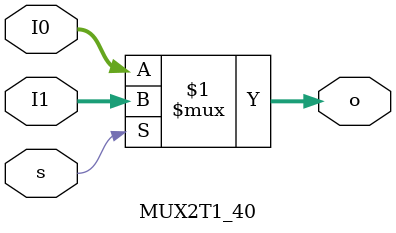
<source format=v>
`timescale 1ns / 1ps

module MUX2T1_40(input[39:0]I0,
				 input[39:0]I1,
				 input s,
				 output[39:0]o

    );
    assign o = s ? I1 : I0;
endmodule

</source>
